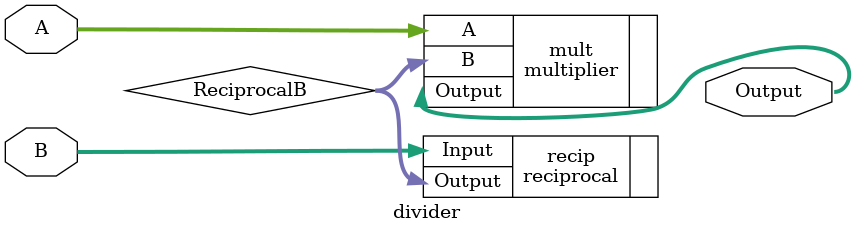
<source format=v>
module divider (A, B, Output);
	// Inputs
	input [31:0] A;
	input [31:0] B;

	// Outputs
	output [31:0] Output;

	// Wires
	wire [31:0] ReciprocalB;

	// Main
	reciprocal recip
	(
		.Input(B),
		.Output(ReciprocalB)
	);

	multiplier mult
	(
		.A(A),
		.B(ReciprocalB),
		.Output(Output)
	);
endmodule
</source>
